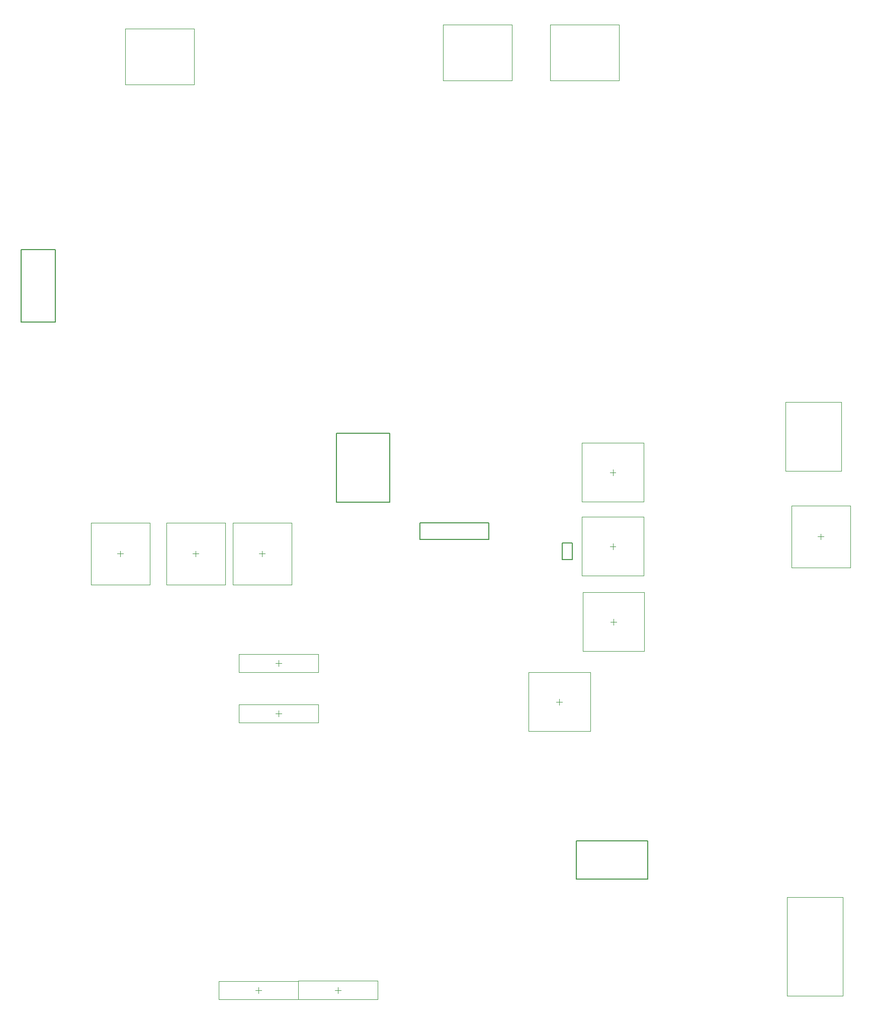
<source format=gbr>
%TF.GenerationSoftware,Altium Limited,Altium Designer,21.6.4 (81)*%
G04 Layer_Color=16711935*
%FSLAX43Y43*%
%MOMM*%
%TF.SameCoordinates,76D5CAF9-2094-4FD7-9A7B-915B2AFADFAF*%
%TF.FilePolarity,Positive*%
%TF.FileFunction,Other,Top_Courtyard*%
%TF.Part,Single*%
G01*
G75*
%TA.AperFunction,NonConductor*%
%ADD115C,0.200*%
%ADD132C,0.050*%
D115*
X221645Y33885D02*
Y40335D01*
Y33885D02*
X233695D01*
Y40335D01*
X221645D02*
X233695D01*
X219250Y90475D02*
X220950D01*
X219250Y87675D02*
Y90475D01*
Y87675D02*
X220950D01*
Y90475D01*
X181250Y108925D02*
X190250D01*
X181250Y97325D02*
Y108925D01*
Y97325D02*
X190250D01*
Y108925D01*
X195337Y93875D02*
X206913D01*
Y91075D02*
Y93875D01*
X195337Y91075D02*
X206913D01*
X195337D02*
Y93875D01*
X128200Y139800D02*
X133900D01*
X128200Y127600D02*
Y139800D01*
Y127600D02*
X133900D01*
Y139800D01*
D132*
X257120Y14290D02*
Y30890D01*
X266520D01*
Y14290D02*
Y30890D01*
X257120Y14290D02*
X266520D01*
X171036Y70213D02*
X172036D01*
X171536Y69713D02*
Y70713D01*
X164836Y68668D02*
X178236D01*
X164836D02*
Y71758D01*
X178236D01*
Y68668D02*
Y71758D01*
X171036Y61773D02*
X172036D01*
X171536Y61273D02*
Y62273D01*
X164836Y60228D02*
X178236D01*
X164836D02*
Y63318D01*
X178236D01*
Y60228D02*
Y63318D01*
X256875Y102575D02*
Y114175D01*
X266275D01*
Y102575D02*
Y114175D01*
X256875Y102575D02*
X266275D01*
X180991Y15221D02*
X181991D01*
X181491Y14721D02*
Y15721D01*
X174791Y16766D02*
X188191D01*
Y13676D02*
Y16766D01*
X174791Y13676D02*
X188191D01*
X174791D02*
Y16766D01*
X233100Y72225D02*
Y82125D01*
X222700D02*
X233100D01*
X222700Y72225D02*
Y82125D01*
Y72225D02*
X233100D01*
X227400Y77175D02*
X228400D01*
X227900Y76675D02*
Y77675D01*
X257850Y96725D02*
X267750D01*
X257850Y86325D02*
Y96725D01*
Y86325D02*
X267750D01*
Y96725D01*
X262800Y91025D02*
Y92025D01*
X262300Y91525D02*
X263300D01*
X222575Y97400D02*
Y107300D01*
Y97400D02*
X232975D01*
Y107300D01*
X222575D02*
X232975D01*
X227275Y102350D02*
X228275D01*
X227775Y101850D02*
Y102850D01*
X232975Y84933D02*
Y94833D01*
X222575D02*
X232975D01*
X222575Y84933D02*
Y94833D01*
Y84933D02*
X232975D01*
X227275Y89883D02*
X228275D01*
X227775Y89383D02*
Y90383D01*
X144372Y88650D02*
X145372D01*
X144872Y88150D02*
Y89150D01*
X139922Y83450D02*
Y93850D01*
X149822D01*
Y83450D02*
Y93850D01*
X139922Y83450D02*
X149822D01*
X157065Y88650D02*
X158065D01*
X157565Y88150D02*
Y89150D01*
X152615Y83450D02*
Y93850D01*
X162515D01*
Y83450D02*
Y93850D01*
X152615Y83450D02*
X162515D01*
X168250Y88650D02*
X169250D01*
X168750Y88150D02*
Y89150D01*
X163800Y83450D02*
Y93850D01*
X173700D01*
Y83450D02*
Y93850D01*
X163800Y83450D02*
X173700D01*
X199200Y168300D02*
X210800D01*
X199200D02*
Y177700D01*
X210800D01*
Y168300D02*
Y177700D01*
X157300Y167600D02*
Y177000D01*
X145700D02*
X157300D01*
X145700Y167600D02*
Y177000D01*
Y167600D02*
X157300D01*
X161436Y13651D02*
Y16741D01*
Y13651D02*
X174836D01*
Y16741D01*
X161436D02*
X174836D01*
X168136Y14696D02*
Y15696D01*
X167636Y15196D02*
X168636D01*
X213575Y58775D02*
Y68675D01*
Y58775D02*
X223975D01*
Y68675D01*
X213575D02*
X223975D01*
X218275Y63725D02*
X219275D01*
X218775Y63225D02*
Y64225D01*
X217200Y168300D02*
X228800D01*
X217200D02*
Y177700D01*
X228800D01*
Y168300D02*
Y177700D01*
%TF.MD5,be854fd5eaf2b11ce45eeadc06d0f3bc*%
M02*

</source>
